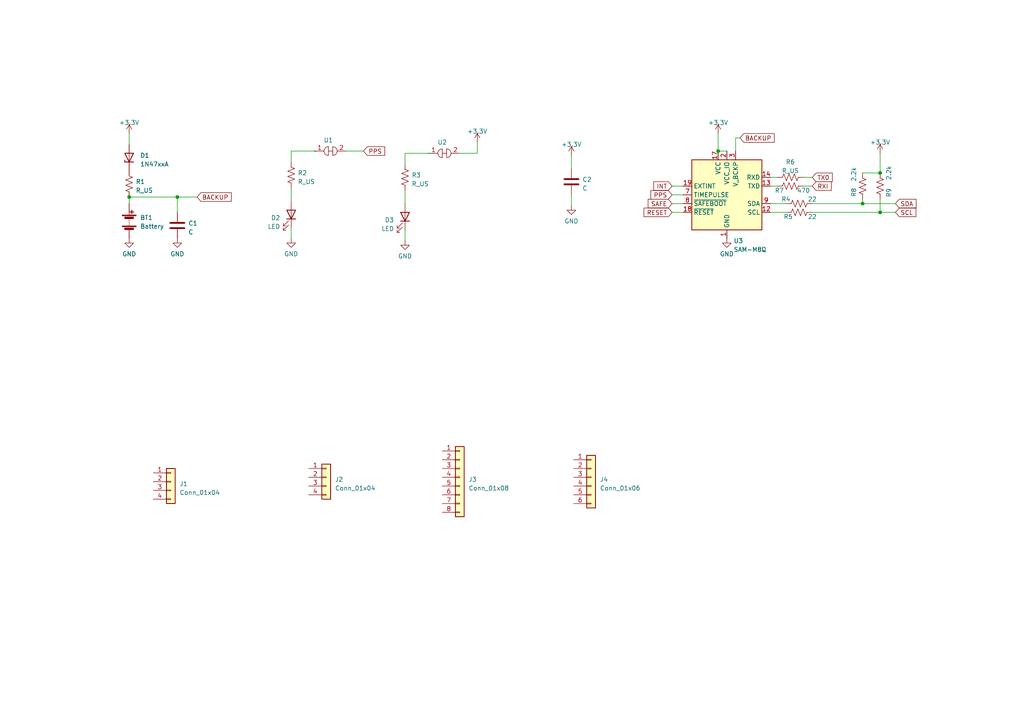
<source format=kicad_sch>
(kicad_sch (version 20230121) (generator eeschema)
  (paper "A4")
  (lib_symbols
    (symbol "Connector_Generic:Conn_01x04" (pin_names (offset 1.016) hide)
      (property "Reference" "J" (at 0 5.08 0))
      (property "Value" "Conn_01x04" (at 0 -7.62 0))
      (symbol "Conn_01x04_1_1"
        (rectangle (start -1.27 -4.953) (end 0 -5.207) (stroke (width 0.1524)))
        (rectangle (start -1.27 -2.413) (end 0 -2.667) (stroke (width 0.1524)))
        (rectangle (start -1.27 0.127) (end 0 -0.127) (stroke (width 0.1524)))
        (rectangle (start -1.27 2.667) (end 0 2.413) (stroke (width 0.1524)))
        (rectangle (start -1.27 3.81) (end 1.27 -6.35) (stroke (width 0.254)) (fill (type background)))
        (pin passive line (at -5.08 2.54 0) (length 3.81) (name "Pin_1") (number "1"))
        (pin passive line (at -5.08 0 0) (length 3.81) (name "Pin_2") (number "2"))
        (pin passive line (at -5.08 -2.54 0) (length 3.81) (name "Pin_3") (number "3"))
        (pin passive line (at -5.08 -5.08 0) (length 3.81) (name "Pin_4") (number "4"))
      )
    )
    (symbol "Connector_Generic:Conn_01x06" (pin_names (offset 1.016) hide)
      (property "Reference" "J" (at 0 7.62 0))
      (property "Value" "Conn_01x06" (at 0 -10.16 0))
      (symbol "Conn_01x06_1_1"
        (rectangle (start -1.27 -7.493) (end 0 -7.747) (stroke (width 0.1524)))
        (rectangle (start -1.27 -4.953) (end 0 -5.207) (stroke (width 0.1524)))
        (rectangle (start -1.27 -2.413) (end 0 -2.667) (stroke (width 0.1524)))
        (rectangle (start -1.27 0.127) (end 0 -0.127) (stroke (width 0.1524)))
        (rectangle (start -1.27 2.667) (end 0 2.413) (stroke (width 0.1524)))
        (rectangle (start -1.27 5.207) (end 0 4.953) (stroke (width 0.1524)))
        (rectangle (start -1.27 6.35) (end 1.27 -8.89) (stroke (width 0.254)) (fill (type background)))
        (pin passive line (at -5.08 5.08 0) (length 3.81) (name "Pin_1") (number "1"))
        (pin passive line (at -5.08 2.54 0) (length 3.81) (name "Pin_2") (number "2"))
        (pin passive line (at -5.08 0 0) (length 3.81) (name "Pin_3") (number "3"))
        (pin passive line (at -5.08 -2.54 0) (length 3.81) (name "Pin_4") (number "4"))
        (pin passive line (at -5.08 -5.08 0) (length 3.81) (name "Pin_5") (number "5"))
        (pin passive line (at -5.08 -7.62 0) (length 3.81) (name "Pin_6") (number "6"))
      )
    )
    (symbol "Connector_Generic:Conn_01x08" (pin_names (offset 1.016) hide)
      (property "Reference" "J" (at 0 10.16 0))
      (property "Value" "Conn_01x08" (at 0 -12.7 0))
      (symbol "Conn_01x08_1_1"
        (rectangle (start -1.27 -10.033) (end 0 -10.287) (stroke (width 0.1524)))
        (rectangle (start -1.27 -7.493) (end 0 -7.747) (stroke (width 0.1524)))
        (rectangle (start -1.27 -4.953) (end 0 -5.207) (stroke (width 0.1524)))
        (rectangle (start -1.27 -2.413) (end 0 -2.667) (stroke (width 0.1524)))
        (rectangle (start -1.27 0.127) (end 0 -0.127) (stroke (width 0.1524)))
        (rectangle (start -1.27 2.667) (end 0 2.413) (stroke (width 0.1524)))
        (rectangle (start -1.27 5.207) (end 0 4.953) (stroke (width 0.1524)))
        (rectangle (start -1.27 7.747) (end 0 7.493) (stroke (width 0.1524)))
        (rectangle (start -1.27 8.89) (end 1.27 -11.43) (stroke (width 0.254)) (fill (type background)))
        (pin passive line (at -5.08 7.62 0) (length 3.81) (name "Pin_1") (number "1"))
        (pin passive line (at -5.08 5.08 0) (length 3.81) (name "Pin_2") (number "2"))
        (pin passive line (at -5.08 2.54 0) (length 3.81) (name "Pin_3") (number "3"))
        (pin passive line (at -5.08 0 0) (length 3.81) (name "Pin_4") (number "4"))
        (pin passive line (at -5.08 -2.54 0) (length 3.81) (name "Pin_5") (number "5"))
        (pin passive line (at -5.08 -5.08 0) (length 3.81) (name "Pin_6") (number "6"))
        (pin passive line (at -5.08 -7.62 0) (length 3.81) (name "Pin_7") (number "7"))
        (pin passive line (at -5.08 -10.16 0) (length 3.81) (name "Pin_8") (number "8"))
      )
    )
    (symbol "Device:Battery" (pin_numbers hide) (pin_names (offset 0) hide)
      (property "Reference" "BT" (at 2.54 2.54 0))
      (property "Value" "Battery" (at 2.54 0 0))
      (symbol "Battery_0_1"
        (rectangle (start -2.032 -1.397) (end 2.032 -1.651) (fill (type outline)))
        (rectangle (start -2.032 1.778) (end 2.032 1.524) (fill (type outline)))
        (rectangle (start -1.3208 -1.9812) (end 1.27 -2.4892) (fill (type outline)))
        (rectangle (start -1.3208 1.1938) (end 1.27 0.6858) (fill (type outline)))
        (polyline (pts (xy 0 -1.524) (xy 0 -1.27)))
        (polyline (pts (xy 0 -1.016) (xy 0 -0.762)))
        (polyline (pts (xy 0 -0.508) (xy 0 -0.254)))
        (polyline (pts (xy 0 0) (xy 0 0.254)))
        (polyline (pts (xy 0 0.508) (xy 0 0.762)))
        (polyline (pts (xy 0 1.778) (xy 0 2.54)))
        (polyline (pts (xy 0.254 2.667) (xy 1.27 2.667)) (stroke (width 0.254)))
        (polyline (pts (xy 0.762 3.175) (xy 0.762 2.159)) (stroke (width 0.254)))
      )
      (symbol "Battery_1_1"
        (pin passive line (at 0 5.08 270) (length 2.54) (name "+") (number "1"))
        (pin passive line (at 0 -5.08 90) (length 2.54) (name "-") (number "2"))
      )
    )
    (symbol "Device:C" (pin_numbers hide) (pin_names (offset 0.254))
      (property "Reference" "C" (at 0.635 2.54 0))
      (property "Value" "C" (at 0.635 -2.54 0))
      (symbol "C_0_1"
        (polyline (pts (xy -2.032 -0.762) (xy 2.032 -0.762)) (stroke (width 0.508)))
        (polyline (pts (xy -2.032 0.762) (xy 2.032 0.762)) (stroke (width 0.508)))
      )
      (symbol "C_1_1"
        (pin passive line (at 0 3.81 270) (length 2.794) (name "~") (number "1"))
        (pin passive line (at 0 -3.81 90) (length 2.794) (name "~") (number "2"))
      )
    )
    (symbol "Device:LED" (pin_numbers hide) (pin_names (offset 1.016) hide)
      (property "Reference" "D" (at 0 2.54 0))
      (property "Value" "LED" (at 0 -2.54 0))
      (symbol "LED_0_1"
        (polyline (pts (xy -1.27 -1.27) (xy -1.27 1.27)) (stroke (width 0.254)))
        (polyline (pts (xy -1.27 0) (xy 1.27 0)))
        (polyline (pts (xy 1.27 -1.27) (xy 1.27 1.27) (xy -1.27 0) (xy 1.27 -1.27)) (stroke (width 0.254)))
        (polyline (pts (xy -3.048 -0.762) (xy -4.572 -2.286) (xy -3.81 -2.286) (xy -4.572 -2.286) (xy -4.572 -1.524)))
        (polyline (pts (xy -1.778 -0.762) (xy -3.302 -2.286) (xy -2.54 -2.286) (xy -3.302 -2.286) (xy -3.302 -1.524)))
      )
      (symbol "LED_1_1"
        (pin passive line (at -3.81 0 0) (length 2.54) (name "K") (number "1"))
        (pin passive line (at 3.81 0 180) (length 2.54) (name "A") (number "2"))
      )
    )
    (symbol "Device:R_US" (pin_numbers hide) (pin_names (offset 0))
      (property "Reference" "R" (at 2.54 0 90))
      (property "Value" "R_US" (at -2.54 0 90))
      (symbol "R_US_0_1"
        (polyline (pts (xy 0 -2.286) (xy 0 -2.54)))
        (polyline (pts (xy 0 2.286) (xy 0 2.54)))
        (polyline (pts (xy 0 -0.762) (xy 1.016 -1.143) (xy 0 -1.524) (xy -1.016 -1.905) (xy 0 -2.286)))
        (polyline (pts (xy 0 0.762) (xy 1.016 0.381) (xy 0 0) (xy -1.016 -0.381) (xy 0 -0.762)))
        (polyline (pts (xy 0 2.286) (xy 1.016 1.905) (xy 0 1.524) (xy -1.016 1.143) (xy 0 0.762)))
      )
      (symbol "R_US_1_1"
        (pin passive line (at 0 3.81 270) (length 1.27) (name "~") (number "1"))
        (pin passive line (at 0 -3.81 90) (length 1.27) (name "~") (number "2"))
      )
    )
    (symbol "Diode:1N47xxA" (pin_numbers hide) (pin_names hide)
      (property "Reference" "D" (at 0 2.54 0))
      (property "Value" "1N47xxA" (at 0 -2.54 0))
      (symbol "1N47xxA_0_1"
        (polyline (pts (xy 1.27 0) (xy -1.27 0)))
        (polyline (pts (xy -1.27 -1.27) (xy -1.27 1.27) (xy -0.762 1.27)) (stroke (width 0.254)))
        (polyline (pts (xy 1.27 -1.27) (xy 1.27 1.27) (xy -1.27 0) (xy 1.27 -1.27)) (stroke (width 0.254)))
      )
      (symbol "1N47xxA_1_1"
        (pin passive line (at -3.81 0 0) (length 2.54) (name "K") (number "1"))
        (pin passive line (at 3.81 0 180) (length 2.54) (name "A") (number "2"))
      )
    )
    (symbol "Mechanical:PPLSED"
      (property "Reference" "U1" (at 3.81 3.175 0))
      (property "Value" "~" (at 0 0 0))
      (symbol "PPLSED_0_1"
        (polyline (pts (xy 3.81 0) (xy 5.08 0)))
        (polyline (pts (xy 5.08 1.27) (xy 5.08 -1.27)))
        (polyline (pts (xy 3.81 1.27) (xy 3.81 -1.27) (xy 3.81 0)))
        (arc (start 2.54 0) (mid 2.912 -0.898) (end 3.81 -1.27))
        (arc (start 3.81 1.27) (mid 2.912 0.898) (end 2.54 0))
        (arc (start 5.08 -1.27) (mid 5.978 -0.898) (end 6.35 0))
        (arc (start 6.35 0) (mid 5.978 0.898) (end 5.08 1.27))
      )
      (symbol "PPLSED_1_1"
        (pin input line (at 0 0 0) (length 2.54) (name "") (number "1"))
        (pin input line (at 8.89 0 180) (length 2.54) (name "") (number "2"))
      )
    )
    (symbol "RF_GPS:SAM-M8Q"
      (property "Reference" "U" (at -8.89 11.43 0))
      (property "Value" "SAM-M8Q" (at 8.89 11.43 0))
      (symbol "SAM-M8Q_0_1"
        (rectangle (start -10.16 10.16) (end 10.16 -10.16) (stroke (width 0.254)) (fill (type background)))
      )
      (symbol "SAM-M8Q_1_1"
        (pin power_in line (at 0 -12.7 90) (length 2.54) (name "GND") (number "1"))
        (pin passive line (at 0 -12.7 90) (length 2.54) hide (name "GND") (number "10"))
        (pin passive line (at 0 -12.7 90) (length 2.54) hide (name "GND") (number "11"))
        (pin input line (at 12.7 -5.08 180) (length 2.54) (name "SCL") (number "12"))
        (pin output line (at 12.7 2.54 180) (length 2.54) (name "TXD") (number "13"))
        (pin input line (at 12.7 5.08 180) (length 2.54) (name "RXD") (number "14"))
        (pin passive line (at 0 -12.7 90) (length 2.54) hide (name "GND") (number "15"))
        (pin passive line (at 0 -12.7 90) (length 2.54) hide (name "GND") (number "16"))
        (pin power_in line (at -2.54 12.7 270) (length 2.54) (name "VCC") (number "17"))
        (pin input line (at -12.7 -5.08 0) (length 2.54) (name "~{RESET}") (number "18"))
        (pin input line (at -12.7 2.54 0) (length 2.54) (name "EXTINT") (number "19"))
        (pin power_in line (at 0 12.7 270) (length 2.54) (name "VCC_IO") (number "2"))
        (pin passive line (at 0 -12.7 90) (length 2.54) hide (name "GND") (number "20"))
        (pin power_in line (at 2.54 12.7 270) (length 2.54) (name "V_BCKP") (number "3"))
        (pin passive line (at 0 -12.7 90) (length 2.54) hide (name "GND") (number "4"))
        (pin passive line (at 0 -12.7 90) (length 2.54) hide (name "GND") (number "5"))
        (pin passive line (at 0 -12.7 90) (length 2.54) hide (name "GND") (number "6"))
        (pin output line (at -12.7 0 0) (length 2.54) (name "TIMEPULSE") (number "7"))
        (pin input line (at -12.7 -2.54 0) (length 2.54) (name "~{SAFEBOOT}") (number "8"))
        (pin bidirectional line (at 12.7 -2.54 180) (length 2.54) (name "SDA") (number "9"))
      )
    )
    (symbol "power:+3.3V" (power) (pin_names (offset 0))
      (property "Value" "+3.3V" (at 0 3.556 0))
      (symbol "+3.3V_0_1"
        (polyline (pts (xy -0.762 1.27) (xy 0 2.54)))
        (polyline (pts (xy 0 0) (xy 0 2.54)))
        (polyline (pts (xy 0 2.54) (xy 0.762 1.27)))
      )
      (symbol "+3.3V_1_1"
        (pin power_in line (at 0 0 90) (length 0) hide (name "+3.3V") (number "1"))
      )
    )
    (symbol "power:GND" (power) (pin_names (offset 0))
      (property "Value" "GND" (at 0 -3.81 0))
      (symbol "GND_0_1"
        (polyline (pts (xy 0 0) (xy 0 -1.27) (xy 1.27 -1.27) (xy 0 -2.54) (xy -1.27 -1.27) (xy 0 -1.27)))
      )
      (symbol "GND_1_1"
        (pin power_in line (at 0 0 270) (length 0) hide (name "GND") (number "1"))
      )
    )
  )
  (junction (at 37.465 57.15))
  (junction (at 250.19 59.055))
  (junction (at 51.435 57.15))
  (junction (at 255.27 50.165))
  (junction (at 208.28 43.815))
  (junction (at 255.27 61.595))
  (wire (pts (xy 37.465 38.735) (xy 37.465 41.91)))
  (wire (pts (xy 233.045 53.975) (xy 235.585 53.975)))
  (wire (pts (xy 51.435 57.15) (xy 57.15 57.15)))
  (wire (pts (xy 194.945 56.515) (xy 198.12 56.515)))
  (wire (pts (xy 194.945 61.595) (xy 198.12 61.595)))
  (wire (pts (xy 235.585 59.055) (xy 250.19 59.055)))
  (wire (pts (xy 117.475 44.45) (xy 124.46 44.45)))
  (wire (pts (xy 255.27 61.595) (xy 259.715 61.595)))
  (wire (pts (xy 194.945 53.975) (xy 198.12 53.975)))
  (wire (pts (xy 84.455 46.99) (xy 84.455 43.815)))
  (wire (pts (xy 84.455 66.04) (xy 84.455 69.215)))
  (wire (pts (xy 250.19 57.785) (xy 250.19 59.055)))
  (wire (pts (xy 165.735 45.085) (xy 165.735 48.895)))
  (wire (pts (xy 117.475 47.625) (xy 117.475 44.45)))
  (wire (pts (xy 208.28 38.735) (xy 208.28 43.815)))
  (wire (pts (xy 223.52 61.595) (xy 227.965 61.595)))
  (wire (pts (xy 133.35 44.45) (xy 138.43 44.45)))
  (wire (pts (xy 223.52 53.975) (xy 225.425 53.975)))
  (wire (pts (xy 208.28 43.815) (xy 210.82 43.815)))
  (wire (pts (xy 233.045 51.435) (xy 235.585 51.435)))
  (wire (pts (xy 100.33 43.815) (xy 105.41 43.815)))
  (wire (pts (xy 250.19 50.165) (xy 255.27 50.165)))
  (wire (pts (xy 117.475 66.675) (xy 117.475 69.85)))
  (wire (pts (xy 194.945 59.055) (xy 198.12 59.055)))
  (wire (pts (xy 37.465 59.055) (xy 37.465 57.15)))
  (wire (pts (xy 214.63 40.005) (xy 213.36 40.005)))
  (wire (pts (xy 84.455 54.61) (xy 84.455 58.42)))
  (wire (pts (xy 37.465 57.15) (xy 51.435 57.15)))
  (wire (pts (xy 255.27 44.45) (xy 255.27 50.165)))
  (wire (pts (xy 138.43 41.275) (xy 138.43 44.45)))
  (wire (pts (xy 51.435 57.15) (xy 51.435 61.595)))
  (wire (pts (xy 117.475 55.245) (xy 117.475 59.055)))
  (wire (pts (xy 84.455 43.815) (xy 91.44 43.815)))
  (wire (pts (xy 255.27 61.595) (xy 255.27 57.785)))
  (wire (pts (xy 225.425 51.435) (xy 223.52 51.435)))
  (wire (pts (xy 213.36 40.005) (xy 213.36 43.815)))
  (wire (pts (xy 227.965 59.055) (xy 223.52 59.055)))
  (wire (pts (xy 250.19 59.055) (xy 259.715 59.055)))
  (wire (pts (xy 165.735 56.515) (xy 165.735 59.69)))
  (wire (pts (xy 235.585 61.595) (xy 255.27 61.595)))
  (global_label "BACKUP" (shape input) (at 214.63 40.005 0) (property "Intersheetrefs" "${INTERSHEET_REFS}" (effects hide)))
  (global_label "INT" (shape input) (at 194.945 53.975 180) (property "Intersheetrefs" "${INTERSHEET_REFS}" (effects hide)))
  (global_label "TX0" (shape input) (at 235.585 51.435 0) (property "Intersheetrefs" "${INTERSHEET_REFS}" (effects hide)))
  (global_label "SDA" (shape input) (at 259.715 59.055 0) (property "Intersheetrefs" "${INTERSHEET_REFS}" (effects hide)))
  (global_label "RXI" (shape input) (at 235.585 53.975 0) (property "Intersheetrefs" "${INTERSHEET_REFS}" (effects hide)))
  (global_label "SCL" (shape input) (at 259.715 61.595 0) (property "Intersheetrefs" "${INTERSHEET_REFS}" (effects hide)))
  (global_label "RESET" (shape input) (at 194.945 61.595 180) (property "Intersheetrefs" "${INTERSHEET_REFS}" (effects hide)))
  (global_label "SAFE" (shape input) (at 194.945 59.055 180) (property "Intersheetrefs" "${INTERSHEET_REFS}" (effects hide)))
  (global_label "PPS" (shape input) (at 105.41 43.815 0) (property "Intersheetrefs" "${INTERSHEET_REFS}" (effects hide)))
  (global_label "PPS" (shape input) (at 194.945 56.515 180) (property "Intersheetrefs" "${INTERSHEET_REFS}" (effects hide)))
  (global_label "BACKUP" (shape input) (at 57.15 57.15 0) (property "Intersheetrefs" "${INTERSHEET_REFS}" (effects hide)))
  (symbol (lib_id "power:GND") (at 84.455 69.215 0) (unit 1)
    (property "Reference" "#PWR04" (effects hide))
    (property "Value" "GND" (at 84.455 73.66 0))
  )
  (symbol (lib_id "Device:LED") (at 117.475 62.865 270) (mirror x) (unit 1)
    (property "Reference" "D3" (at 114.3 63.8175 90) (effects (justify right)))
    (property "Value" "LED" (at 114.3 66.3575 90) (effects (justify right)))
  )
  (symbol (lib_id "Device:R_US") (at 229.235 51.435 90) (unit 1)
    (property "Reference" "R6" (at 229.235 46.99 90))
    (property "Value" "R_US" (at 229.235 49.53 90))
  )
  (symbol (lib_id "Device:LED") (at 84.455 62.23 270) (mirror x) (unit 1)
    (property "Reference" "D2" (at 81.28 63.1825 90) (effects (justify right)))
    (property "Value" "LED" (at 81.28 65.7225 90) (effects (justify right)))
  )
  (symbol (lib_id "Device:Battery") (at 37.465 64.135 0) (unit 1)
    (property "Reference" "BT1" (at 40.64 63.119 0) (effects (justify left)))
    (property "Value" "Battery" (at 40.64 65.659 0) (effects (justify left)))
  )
  (symbol (lib_id "power:GND") (at 117.475 69.85 0) (unit 1)
    (property "Reference" "#PWR05" (effects hide))
    (property "Value" "GND" (at 117.475 74.295 0))
  )
  (symbol (lib_id "power:+3.3V") (at 37.465 38.735 0) (unit 1)
    (property "Reference" "#PWR01" (effects hide))
    (property "Value" "+3.3V" (at 37.465 35.56 0))
  )
  (symbol (lib_id "power:GND") (at 37.465 69.215 0) (unit 1)
    (property "Reference" "#PWR02" (effects hide))
    (property "Value" "GND" (at 37.465 73.66 0))
  )
  (symbol (lib_id "Connector_Generic:Conn_01x08") (at 133.35 138.43 0) (unit 1)
    (property "Reference" "J3" (at 135.89 139.065 0) (effects (justify left)))
    (property "Value" "Conn_01x08" (at 135.89 141.605 0) (effects (justify left)))
  )
  (symbol (lib_id "Device:R_US") (at 250.19 53.975 180) (unit 1)
    (property "Reference" "R8" (at 247.65 57.15 90) (effects (justify right)))
    (property "Value" "2.2k" (at 247.65 52.705 90) (effects (justify right)))
  )
  (symbol (lib_id "Diode:1N47xxA") (at 37.465 45.72 90) (unit 1)
    (property "Reference" "D1" (at 40.64 45.085 90) (effects (justify right)))
    (property "Value" "1N47xxA" (at 40.64 47.625 90) (effects (justify right)))
    (property "Footprint" "Diode_THT:D_DO-41_SOD81_P10.16mm_Horizontal" (effects hide))
    (property "Datasheet" "https://www.vishay.com/docs/85816/1n4728a.pdf" (effects hide))
  )
  (symbol (lib_id "power:GND") (at 165.735 59.69 0) (unit 1)
    (property "Reference" "#PWR011" (effects hide))
    (property "Value" "GND" (at 165.735 64.135 0))
  )
  (symbol (lib_id "power:GND") (at 51.435 69.215 0) (unit 1)
    (property "Reference" "#PWR03" (effects hide))
    (property "Value" "GND" (at 51.435 73.66 0))
  )
  (symbol (lib_id "Device:R_US") (at 117.475 51.435 0) (unit 1)
    (property "Reference" "R3" (at 119.38 50.8 0) (effects (justify left)))
    (property "Value" "R_US" (at 119.38 53.34 0) (effects (justify left)))
  )
  (symbol (lib_id "Device:R_US") (at 255.27 53.975 0) (unit 1)
    (property "Reference" "R9" (at 257.81 55.88 90))
    (property "Value" "2.2k" (at 257.81 50.165 90))
  )
  (symbol (lib_id "Device:R_US") (at 231.775 61.595 270) (unit 1)
    (property "Reference" "R5" (at 228.6 62.865 90))
    (property "Value" "22" (at 235.585 62.865 90))
  )
  (symbol (lib_id "RF_GPS:SAM-M8Q") (at 210.82 56.515 0) (unit 1)
    (property "Reference" "U3" (at 212.7759 69.85 0) (effects (justify left)))
    (property "Value" "SAM-M8Q" (at 212.7759 72.39 0) (effects (justify left)))
    (property "Footprint" "RF_GPS:ublox_SAM-M8Q" (effects hide))
    (property "Datasheet" "https://www.u-blox.com/sites/default/files/SAM-M8Q_DataSheet_%28UBX-16012619%29.pdf" (effects hide))
  )
  (symbol (lib_id "power:+3.3V") (at 208.28 38.735 0) (unit 1)
    (property "Reference" "#PWR07" (effects hide))
    (property "Value" "+3.3V" (at 208.28 35.56 0))
  )
  (symbol (lib_id "Mechanical:PPLSED") (at 91.44 43.815 0) (unit 1)
    (property "Reference" "U1" (at 95.25 40.64 0))
    (property "Value" "~" (at 91.44 43.815 0))
  )
  (symbol (lib_id "power:+3.3V") (at 255.27 44.45 0) (unit 1)
    (property "Reference" "#PWR08" (effects hide))
    (property "Value" "+3.3V" (at 255.27 41.275 0))
  )
  (symbol (lib_id "power:GND") (at 210.82 69.215 0) (unit 1)
    (property "Reference" "#PWR09" (effects hide))
    (property "Value" "GND" (at 210.82 73.66 0))
  )
  (symbol (lib_id "Device:R_US") (at 229.235 53.975 270) (unit 1)
    (property "Reference" "R7" (at 226.06 55.245 90))
    (property "Value" "470" (at 233.045 55.245 90))
  )
  (symbol (lib_id "Connector_Generic:Conn_01x04") (at 94.615 138.43 0) (unit 1)
    (property "Reference" "J2" (at 97.155 139.065 0) (effects (justify left)))
    (property "Value" "Conn_01x04" (at 97.155 141.605 0) (effects (justify left)))
  )
  (symbol (lib_id "power:+3.3V") (at 138.43 41.275 0) (unit 1)
    (property "Reference" "#PWR06" (effects hide))
    (property "Value" "+3.3V" (at 138.43 38.1 0))
  )
  (symbol (lib_id "Connector_Generic:Conn_01x06") (at 171.45 138.43 0) (unit 1)
    (property "Reference" "J4" (at 173.99 139.065 0) (effects (justify left)))
    (property "Value" "Conn_01x06" (at 173.99 141.605 0) (effects (justify left)))
  )
  (symbol (lib_id "Device:R_US") (at 231.775 59.055 90) (unit 1)
    (property "Reference" "R4" (at 227.965 57.785 90))
    (property "Value" "22" (at 235.585 57.785 90))
  )
  (symbol (lib_id "Connector_Generic:Conn_01x04") (at 49.53 139.7 0) (unit 1)
    (property "Reference" "J1" (at 52.07 140.335 0) (effects (justify left)))
    (property "Value" "Conn_01x04" (at 52.07 142.875 0) (effects (justify left)))
  )
  (symbol (lib_id "Mechanical:PPLSED") (at 124.46 44.45 0) (unit 1)
    (property "Reference" "U2" (at 128.27 41.275 0))
    (property "Value" "~" (at 124.46 44.45 0))
  )
  (symbol (lib_id "Device:R_US") (at 37.465 53.34 0) (unit 1)
    (property "Reference" "R1" (at 39.37 52.705 0) (effects (justify left)))
    (property "Value" "R_US" (at 39.37 55.245 0) (effects (justify left)))
  )
  (symbol (lib_id "Device:R_US") (at 84.455 50.8 0) (unit 1)
    (property "Reference" "R2" (at 86.36 50.165 0) (effects (justify left)))
    (property "Value" "R_US" (at 86.36 52.705 0) (effects (justify left)))
  )
  (symbol (lib_id "Device:C") (at 51.435 65.405 0) (unit 1)
    (property "Reference" "C1" (at 54.61 64.77 0) (effects (justify left)))
    (property "Value" "C" (at 54.61 67.31 0) (effects (justify left)))
  )
  (symbol (lib_id "Device:C") (at 165.735 52.705 0) (unit 1)
    (property "Reference" "C2" (at 168.91 52.07 0) (effects (justify left)))
    (property "Value" "C" (at 168.91 54.61 0) (effects (justify left)))
  )
  (symbol (lib_id "power:+3.3V") (at 165.735 45.085 0) (unit 1)
    (property "Reference" "#PWR010" (effects hide))
    (property "Value" "+3.3V" (at 165.735 41.91 0))
  )
)
</source>
